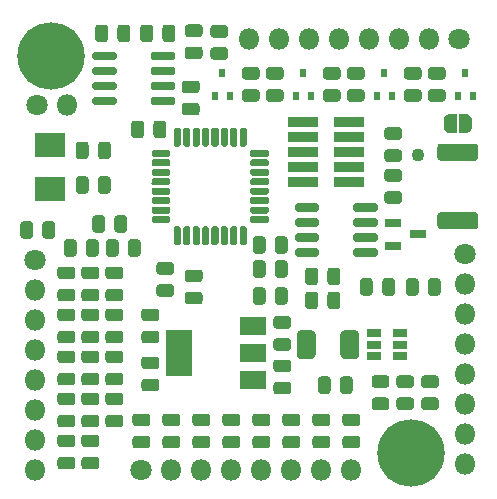
<source format=gts>
%TF.GenerationSoftware,KiCad,Pcbnew,(5.1.6)-1*%
%TF.CreationDate,2020-12-03T23:45:43-06:00*%
%TF.ProjectId,CANBoard,43414e42-6f61-4726-942e-6b696361645f,v1*%
%TF.SameCoordinates,Original*%
%TF.FileFunction,Soldermask,Top*%
%TF.FilePolarity,Negative*%
%FSLAX46Y46*%
G04 Gerber Fmt 4.6, Leading zero omitted, Abs format (unit mm)*
G04 Created by KiCad (PCBNEW (5.1.6)-1) date 2020-12-03 23:45:43*
%MOMM*%
%LPD*%
G01*
G04 APERTURE LIST*
%ADD10O,1.800000X1.800000*%
%ADD11C,1.800000*%
%ADD12C,1.100000*%
%ADD13C,5.700000*%
%ADD14R,2.300000X3.900000*%
%ADD15R,2.300000X1.600000*%
%ADD16R,1.160000X0.750000*%
%ADD17R,2.500000X2.100000*%
%ADD18R,0.550000X0.800000*%
%ADD19C,0.100000*%
%ADD20R,2.500000X0.840000*%
%ADD21R,1.440000X0.740000*%
G04 APERTURE END LIST*
G36*
G01*
X129058750Y-89427000D02*
X130021250Y-89427000D01*
G75*
G02*
X130290000Y-89695750I0J-268750D01*
G01*
X130290000Y-90233250D01*
G75*
G02*
X130021250Y-90502000I-268750J0D01*
G01*
X129058750Y-90502000D01*
G75*
G02*
X128790000Y-90233250I0J268750D01*
G01*
X128790000Y-89695750D01*
G75*
G02*
X129058750Y-89427000I268750J0D01*
G01*
G37*
G36*
G01*
X129058750Y-87552000D02*
X130021250Y-87552000D01*
G75*
G02*
X130290000Y-87820750I0J-268750D01*
G01*
X130290000Y-88358250D01*
G75*
G02*
X130021250Y-88627000I-268750J0D01*
G01*
X129058750Y-88627000D01*
G75*
G02*
X128790000Y-88358250I0J268750D01*
G01*
X128790000Y-87820750D01*
G75*
G02*
X129058750Y-87552000I268750J0D01*
G01*
G37*
G36*
G01*
X130328750Y-85490000D02*
X131291250Y-85490000D01*
G75*
G02*
X131560000Y-85758750I0J-268750D01*
G01*
X131560000Y-86296250D01*
G75*
G02*
X131291250Y-86565000I-268750J0D01*
G01*
X130328750Y-86565000D01*
G75*
G02*
X130060000Y-86296250I0J268750D01*
G01*
X130060000Y-85758750D01*
G75*
G02*
X130328750Y-85490000I268750J0D01*
G01*
G37*
G36*
G01*
X130328750Y-83615000D02*
X131291250Y-83615000D01*
G75*
G02*
X131560000Y-83883750I0J-268750D01*
G01*
X131560000Y-84421250D01*
G75*
G02*
X131291250Y-84690000I-268750J0D01*
G01*
X130328750Y-84690000D01*
G75*
G02*
X130060000Y-84421250I0J268750D01*
G01*
X130060000Y-83883750D01*
G75*
G02*
X130328750Y-83615000I268750J0D01*
G01*
G37*
D10*
X137922000Y-64770000D03*
X140462000Y-64770000D03*
X143002000Y-64770000D03*
X145542000Y-64770000D03*
X148082000Y-64770000D03*
X150622000Y-64770000D03*
X153162000Y-64770000D03*
D11*
X155702000Y-64770000D03*
D10*
X122491500Y-70358000D03*
D11*
X119951500Y-70358000D03*
D10*
X156210000Y-100711000D03*
X156210000Y-98171000D03*
X156210000Y-95631000D03*
X156210000Y-93091000D03*
X156210000Y-90551000D03*
X156210000Y-88011000D03*
X156210000Y-85471000D03*
D11*
X156210000Y-82931000D03*
D10*
X119761000Y-101219000D03*
X119761000Y-98679000D03*
X119761000Y-96139000D03*
X119761000Y-93599000D03*
X119761000Y-91059000D03*
X119761000Y-88519000D03*
X119761000Y-85979000D03*
D11*
X119761000Y-83439000D03*
D10*
X146558000Y-101219000D03*
X144018000Y-101219000D03*
X141478000Y-101219000D03*
X138938000Y-101219000D03*
X136398000Y-101219000D03*
X133858000Y-101219000D03*
X131318000Y-101219000D03*
D11*
X128778000Y-101219000D03*
D12*
X152209500Y-74549000D03*
G36*
G01*
X146839500Y-91864500D02*
X146039500Y-91864500D01*
G75*
G02*
X145639500Y-91464500I0J400000D01*
G01*
X145639500Y-89764500D01*
G75*
G02*
X146039500Y-89364500I400000J0D01*
G01*
X146839500Y-89364500D01*
G75*
G02*
X147239500Y-89764500I0J-400000D01*
G01*
X147239500Y-91464500D01*
G75*
G02*
X146839500Y-91864500I-400000J0D01*
G01*
G37*
G36*
G01*
X143139500Y-91864500D02*
X142339500Y-91864500D01*
G75*
G02*
X141939500Y-91464500I0J400000D01*
G01*
X141939500Y-89764500D01*
G75*
G02*
X142339500Y-89364500I400000J0D01*
G01*
X143139500Y-89364500D01*
G75*
G02*
X143539500Y-89764500I0J-400000D01*
G01*
X143539500Y-91464500D01*
G75*
G02*
X143139500Y-91864500I-400000J0D01*
G01*
G37*
G36*
G01*
X126765000Y-64743250D02*
X126765000Y-63780750D01*
G75*
G02*
X127033750Y-63512000I268750J0D01*
G01*
X127571250Y-63512000D01*
G75*
G02*
X127840000Y-63780750I0J-268750D01*
G01*
X127840000Y-64743250D01*
G75*
G02*
X127571250Y-65012000I-268750J0D01*
G01*
X127033750Y-65012000D01*
G75*
G02*
X126765000Y-64743250I0J268750D01*
G01*
G37*
G36*
G01*
X124890000Y-64743250D02*
X124890000Y-63780750D01*
G75*
G02*
X125158750Y-63512000I268750J0D01*
G01*
X125696250Y-63512000D01*
G75*
G02*
X125965000Y-63780750I0J-268750D01*
G01*
X125965000Y-64743250D01*
G75*
G02*
X125696250Y-65012000I-268750J0D01*
G01*
X125158750Y-65012000D01*
G75*
G02*
X124890000Y-64743250I0J268750D01*
G01*
G37*
G36*
G01*
X133450250Y-69323000D02*
X132487750Y-69323000D01*
G75*
G02*
X132219000Y-69054250I0J268750D01*
G01*
X132219000Y-68516750D01*
G75*
G02*
X132487750Y-68248000I268750J0D01*
G01*
X133450250Y-68248000D01*
G75*
G02*
X133719000Y-68516750I0J-268750D01*
G01*
X133719000Y-69054250D01*
G75*
G02*
X133450250Y-69323000I-268750J0D01*
G01*
G37*
G36*
G01*
X133450250Y-71198000D02*
X132487750Y-71198000D01*
G75*
G02*
X132219000Y-70929250I0J268750D01*
G01*
X132219000Y-70391750D01*
G75*
G02*
X132487750Y-70123000I268750J0D01*
G01*
X133450250Y-70123000D01*
G75*
G02*
X133719000Y-70391750I0J-268750D01*
G01*
X133719000Y-70929250D01*
G75*
G02*
X133450250Y-71198000I-268750J0D01*
G01*
G37*
G36*
G01*
X146738000Y-79169000D02*
X146738000Y-78819000D01*
G75*
G02*
X146913000Y-78644000I175000J0D01*
G01*
X148613000Y-78644000D01*
G75*
G02*
X148788000Y-78819000I0J-175000D01*
G01*
X148788000Y-79169000D01*
G75*
G02*
X148613000Y-79344000I-175000J0D01*
G01*
X146913000Y-79344000D01*
G75*
G02*
X146738000Y-79169000I0J175000D01*
G01*
G37*
G36*
G01*
X146738000Y-80439000D02*
X146738000Y-80089000D01*
G75*
G02*
X146913000Y-79914000I175000J0D01*
G01*
X148613000Y-79914000D01*
G75*
G02*
X148788000Y-80089000I0J-175000D01*
G01*
X148788000Y-80439000D01*
G75*
G02*
X148613000Y-80614000I-175000J0D01*
G01*
X146913000Y-80614000D01*
G75*
G02*
X146738000Y-80439000I0J175000D01*
G01*
G37*
G36*
G01*
X146738000Y-81709000D02*
X146738000Y-81359000D01*
G75*
G02*
X146913000Y-81184000I175000J0D01*
G01*
X148613000Y-81184000D01*
G75*
G02*
X148788000Y-81359000I0J-175000D01*
G01*
X148788000Y-81709000D01*
G75*
G02*
X148613000Y-81884000I-175000J0D01*
G01*
X146913000Y-81884000D01*
G75*
G02*
X146738000Y-81709000I0J175000D01*
G01*
G37*
G36*
G01*
X146738000Y-82979000D02*
X146738000Y-82629000D01*
G75*
G02*
X146913000Y-82454000I175000J0D01*
G01*
X148613000Y-82454000D01*
G75*
G02*
X148788000Y-82629000I0J-175000D01*
G01*
X148788000Y-82979000D01*
G75*
G02*
X148613000Y-83154000I-175000J0D01*
G01*
X146913000Y-83154000D01*
G75*
G02*
X146738000Y-82979000I0J175000D01*
G01*
G37*
G36*
G01*
X141788000Y-82979000D02*
X141788000Y-82629000D01*
G75*
G02*
X141963000Y-82454000I175000J0D01*
G01*
X143663000Y-82454000D01*
G75*
G02*
X143838000Y-82629000I0J-175000D01*
G01*
X143838000Y-82979000D01*
G75*
G02*
X143663000Y-83154000I-175000J0D01*
G01*
X141963000Y-83154000D01*
G75*
G02*
X141788000Y-82979000I0J175000D01*
G01*
G37*
G36*
G01*
X141788000Y-81709000D02*
X141788000Y-81359000D01*
G75*
G02*
X141963000Y-81184000I175000J0D01*
G01*
X143663000Y-81184000D01*
G75*
G02*
X143838000Y-81359000I0J-175000D01*
G01*
X143838000Y-81709000D01*
G75*
G02*
X143663000Y-81884000I-175000J0D01*
G01*
X141963000Y-81884000D01*
G75*
G02*
X141788000Y-81709000I0J175000D01*
G01*
G37*
G36*
G01*
X141788000Y-80439000D02*
X141788000Y-80089000D01*
G75*
G02*
X141963000Y-79914000I175000J0D01*
G01*
X143663000Y-79914000D01*
G75*
G02*
X143838000Y-80089000I0J-175000D01*
G01*
X143838000Y-80439000D01*
G75*
G02*
X143663000Y-80614000I-175000J0D01*
G01*
X141963000Y-80614000D01*
G75*
G02*
X141788000Y-80439000I0J175000D01*
G01*
G37*
G36*
G01*
X141788000Y-79169000D02*
X141788000Y-78819000D01*
G75*
G02*
X141963000Y-78644000I175000J0D01*
G01*
X143663000Y-78644000D01*
G75*
G02*
X143838000Y-78819000I0J-175000D01*
G01*
X143838000Y-79169000D01*
G75*
G02*
X143663000Y-79344000I-175000J0D01*
G01*
X141963000Y-79344000D01*
G75*
G02*
X141788000Y-79169000I0J175000D01*
G01*
G37*
D13*
X121158000Y-66167000D03*
X151638000Y-99822000D03*
D14*
X131978000Y-91313000D03*
D15*
X138278000Y-93613000D03*
X138278000Y-91313000D03*
X138278000Y-89013000D03*
G36*
G01*
X129058750Y-93491000D02*
X130021250Y-93491000D01*
G75*
G02*
X130290000Y-93759750I0J-268750D01*
G01*
X130290000Y-94297250D01*
G75*
G02*
X130021250Y-94566000I-268750J0D01*
G01*
X129058750Y-94566000D01*
G75*
G02*
X128790000Y-94297250I0J268750D01*
G01*
X128790000Y-93759750D01*
G75*
G02*
X129058750Y-93491000I268750J0D01*
G01*
G37*
G36*
G01*
X129058750Y-91616000D02*
X130021250Y-91616000D01*
G75*
G02*
X130290000Y-91884750I0J-268750D01*
G01*
X130290000Y-92422250D01*
G75*
G02*
X130021250Y-92691000I-268750J0D01*
G01*
X129058750Y-92691000D01*
G75*
G02*
X128790000Y-92422250I0J268750D01*
G01*
X128790000Y-91884750D01*
G75*
G02*
X129058750Y-91616000I268750J0D01*
G01*
G37*
G36*
G01*
X140100000Y-86968250D02*
X140100000Y-86005750D01*
G75*
G02*
X140368750Y-85737000I268750J0D01*
G01*
X140906250Y-85737000D01*
G75*
G02*
X141175000Y-86005750I0J-268750D01*
G01*
X141175000Y-86968250D01*
G75*
G02*
X140906250Y-87237000I-268750J0D01*
G01*
X140368750Y-87237000D01*
G75*
G02*
X140100000Y-86968250I0J268750D01*
G01*
G37*
G36*
G01*
X138225000Y-86968250D02*
X138225000Y-86005750D01*
G75*
G02*
X138493750Y-85737000I268750J0D01*
G01*
X139031250Y-85737000D01*
G75*
G02*
X139300000Y-86005750I0J-268750D01*
G01*
X139300000Y-86968250D01*
G75*
G02*
X139031250Y-87237000I-268750J0D01*
G01*
X138493750Y-87237000D01*
G75*
G02*
X138225000Y-86968250I0J268750D01*
G01*
G37*
D16*
X150706000Y-90614500D03*
X150706000Y-89664500D03*
X150706000Y-91564500D03*
X148506000Y-91564500D03*
X148506000Y-90614500D03*
X148506000Y-89664500D03*
G36*
G01*
X145609500Y-94524750D02*
X145609500Y-93562250D01*
G75*
G02*
X145878250Y-93293500I268750J0D01*
G01*
X146415750Y-93293500D01*
G75*
G02*
X146684500Y-93562250I0J-268750D01*
G01*
X146684500Y-94524750D01*
G75*
G02*
X146415750Y-94793500I-268750J0D01*
G01*
X145878250Y-94793500D01*
G75*
G02*
X145609500Y-94524750I0J268750D01*
G01*
G37*
G36*
G01*
X143734500Y-94524750D02*
X143734500Y-93562250D01*
G75*
G02*
X144003250Y-93293500I268750J0D01*
G01*
X144540750Y-93293500D01*
G75*
G02*
X144809500Y-93562250I0J-268750D01*
G01*
X144809500Y-94524750D01*
G75*
G02*
X144540750Y-94793500I-268750J0D01*
G01*
X144003250Y-94793500D01*
G75*
G02*
X143734500Y-94524750I0J268750D01*
G01*
G37*
G36*
G01*
X143745000Y-86386750D02*
X143745000Y-87349250D01*
G75*
G02*
X143476250Y-87618000I-268750J0D01*
G01*
X142938750Y-87618000D01*
G75*
G02*
X142670000Y-87349250I0J268750D01*
G01*
X142670000Y-86386750D01*
G75*
G02*
X142938750Y-86118000I268750J0D01*
G01*
X143476250Y-86118000D01*
G75*
G02*
X143745000Y-86386750I0J-268750D01*
G01*
G37*
G36*
G01*
X145620000Y-86386750D02*
X145620000Y-87349250D01*
G75*
G02*
X145351250Y-87618000I-268750J0D01*
G01*
X144813750Y-87618000D01*
G75*
G02*
X144545000Y-87349250I0J268750D01*
G01*
X144545000Y-86386750D01*
G75*
G02*
X144813750Y-86118000I268750J0D01*
G01*
X145351250Y-86118000D01*
G75*
G02*
X145620000Y-86386750I0J-268750D01*
G01*
G37*
G36*
G01*
X153054000Y-86206250D02*
X153054000Y-85243750D01*
G75*
G02*
X153322750Y-84975000I268750J0D01*
G01*
X153860250Y-84975000D01*
G75*
G02*
X154129000Y-85243750I0J-268750D01*
G01*
X154129000Y-86206250D01*
G75*
G02*
X153860250Y-86475000I-268750J0D01*
G01*
X153322750Y-86475000D01*
G75*
G02*
X153054000Y-86206250I0J268750D01*
G01*
G37*
G36*
G01*
X151179000Y-86206250D02*
X151179000Y-85243750D01*
G75*
G02*
X151447750Y-84975000I268750J0D01*
G01*
X151985250Y-84975000D01*
G75*
G02*
X152254000Y-85243750I0J-268750D01*
G01*
X152254000Y-86206250D01*
G75*
G02*
X151985250Y-86475000I-268750J0D01*
G01*
X151447750Y-86475000D01*
G75*
G02*
X151179000Y-86206250I0J268750D01*
G01*
G37*
G36*
G01*
X140234750Y-93745000D02*
X141197250Y-93745000D01*
G75*
G02*
X141466000Y-94013750I0J-268750D01*
G01*
X141466000Y-94551250D01*
G75*
G02*
X141197250Y-94820000I-268750J0D01*
G01*
X140234750Y-94820000D01*
G75*
G02*
X139966000Y-94551250I0J268750D01*
G01*
X139966000Y-94013750D01*
G75*
G02*
X140234750Y-93745000I268750J0D01*
G01*
G37*
G36*
G01*
X140234750Y-91870000D02*
X141197250Y-91870000D01*
G75*
G02*
X141466000Y-92138750I0J-268750D01*
G01*
X141466000Y-92676250D01*
G75*
G02*
X141197250Y-92945000I-268750J0D01*
G01*
X140234750Y-92945000D01*
G75*
G02*
X139966000Y-92676250I0J268750D01*
G01*
X139966000Y-92138750D01*
G75*
G02*
X140234750Y-91870000I268750J0D01*
G01*
G37*
G36*
G01*
X141197250Y-89262000D02*
X140234750Y-89262000D01*
G75*
G02*
X139966000Y-88993250I0J268750D01*
G01*
X139966000Y-88455750D01*
G75*
G02*
X140234750Y-88187000I268750J0D01*
G01*
X141197250Y-88187000D01*
G75*
G02*
X141466000Y-88455750I0J-268750D01*
G01*
X141466000Y-88993250D01*
G75*
G02*
X141197250Y-89262000I-268750J0D01*
G01*
G37*
G36*
G01*
X141197250Y-91137000D02*
X140234750Y-91137000D01*
G75*
G02*
X139966000Y-90868250I0J268750D01*
G01*
X139966000Y-90330750D01*
G75*
G02*
X140234750Y-90062000I268750J0D01*
G01*
X141197250Y-90062000D01*
G75*
G02*
X141466000Y-90330750I0J-268750D01*
G01*
X141466000Y-90868250D01*
G75*
G02*
X141197250Y-91137000I-268750J0D01*
G01*
G37*
G36*
G01*
X149180500Y-86206250D02*
X149180500Y-85243750D01*
G75*
G02*
X149449250Y-84975000I268750J0D01*
G01*
X149986750Y-84975000D01*
G75*
G02*
X150255500Y-85243750I0J-268750D01*
G01*
X150255500Y-86206250D01*
G75*
G02*
X149986750Y-86475000I-268750J0D01*
G01*
X149449250Y-86475000D01*
G75*
G02*
X149180500Y-86206250I0J268750D01*
G01*
G37*
G36*
G01*
X147305500Y-86206250D02*
X147305500Y-85243750D01*
G75*
G02*
X147574250Y-84975000I268750J0D01*
G01*
X148111750Y-84975000D01*
G75*
G02*
X148380500Y-85243750I0J-268750D01*
G01*
X148380500Y-86206250D01*
G75*
G02*
X148111750Y-86475000I-268750J0D01*
G01*
X147574250Y-86475000D01*
G75*
G02*
X147305500Y-86206250I0J268750D01*
G01*
G37*
G36*
G01*
X150648750Y-95078500D02*
X151611250Y-95078500D01*
G75*
G02*
X151880000Y-95347250I0J-268750D01*
G01*
X151880000Y-95884750D01*
G75*
G02*
X151611250Y-96153500I-268750J0D01*
G01*
X150648750Y-96153500D01*
G75*
G02*
X150380000Y-95884750I0J268750D01*
G01*
X150380000Y-95347250D01*
G75*
G02*
X150648750Y-95078500I268750J0D01*
G01*
G37*
G36*
G01*
X150648750Y-93203500D02*
X151611250Y-93203500D01*
G75*
G02*
X151880000Y-93472250I0J-268750D01*
G01*
X151880000Y-94009750D01*
G75*
G02*
X151611250Y-94278500I-268750J0D01*
G01*
X150648750Y-94278500D01*
G75*
G02*
X150380000Y-94009750I0J268750D01*
G01*
X150380000Y-93472250D01*
G75*
G02*
X150648750Y-93203500I268750J0D01*
G01*
G37*
G36*
G01*
X152744250Y-95078500D02*
X153706750Y-95078500D01*
G75*
G02*
X153975500Y-95347250I0J-268750D01*
G01*
X153975500Y-95884750D01*
G75*
G02*
X153706750Y-96153500I-268750J0D01*
G01*
X152744250Y-96153500D01*
G75*
G02*
X152475500Y-95884750I0J268750D01*
G01*
X152475500Y-95347250D01*
G75*
G02*
X152744250Y-95078500I268750J0D01*
G01*
G37*
G36*
G01*
X152744250Y-93203500D02*
X153706750Y-93203500D01*
G75*
G02*
X153975500Y-93472250I0J-268750D01*
G01*
X153975500Y-94009750D01*
G75*
G02*
X153706750Y-94278500I-268750J0D01*
G01*
X152744250Y-94278500D01*
G75*
G02*
X152475500Y-94009750I0J268750D01*
G01*
X152475500Y-93472250D01*
G75*
G02*
X152744250Y-93203500I268750J0D01*
G01*
G37*
G36*
G01*
X148553250Y-95078500D02*
X149515750Y-95078500D01*
G75*
G02*
X149784500Y-95347250I0J-268750D01*
G01*
X149784500Y-95884750D01*
G75*
G02*
X149515750Y-96153500I-268750J0D01*
G01*
X148553250Y-96153500D01*
G75*
G02*
X148284500Y-95884750I0J268750D01*
G01*
X148284500Y-95347250D01*
G75*
G02*
X148553250Y-95078500I268750J0D01*
G01*
G37*
G36*
G01*
X148553250Y-93203500D02*
X149515750Y-93203500D01*
G75*
G02*
X149784500Y-93472250I0J-268750D01*
G01*
X149784500Y-94009750D01*
G75*
G02*
X149515750Y-94278500I-268750J0D01*
G01*
X148553250Y-94278500D01*
G75*
G02*
X148284500Y-94009750I0J268750D01*
G01*
X148284500Y-93472250D01*
G75*
G02*
X148553250Y-93203500I268750J0D01*
G01*
G37*
G36*
G01*
X157031482Y-75041000D02*
X154118518Y-75041000D01*
G75*
G02*
X153850000Y-74772482I0J268518D01*
G01*
X153850000Y-73859518D01*
G75*
G02*
X154118518Y-73591000I268518J0D01*
G01*
X157031482Y-73591000D01*
G75*
G02*
X157300000Y-73859518I0J-268518D01*
G01*
X157300000Y-74772482D01*
G75*
G02*
X157031482Y-75041000I-268518J0D01*
G01*
G37*
G36*
G01*
X157031482Y-80841000D02*
X154118518Y-80841000D01*
G75*
G02*
X153850000Y-80572482I0J268518D01*
G01*
X153850000Y-79659518D01*
G75*
G02*
X154118518Y-79391000I268518J0D01*
G01*
X157031482Y-79391000D01*
G75*
G02*
X157300000Y-79659518I0J-268518D01*
G01*
X157300000Y-80572482D01*
G75*
G02*
X157031482Y-80841000I-268518J0D01*
G01*
G37*
D17*
X121031000Y-77415000D03*
X121031000Y-73715000D03*
G36*
G01*
X129593000Y-66342000D02*
X129593000Y-65992000D01*
G75*
G02*
X129768000Y-65817000I175000J0D01*
G01*
X131468000Y-65817000D01*
G75*
G02*
X131643000Y-65992000I0J-175000D01*
G01*
X131643000Y-66342000D01*
G75*
G02*
X131468000Y-66517000I-175000J0D01*
G01*
X129768000Y-66517000D01*
G75*
G02*
X129593000Y-66342000I0J175000D01*
G01*
G37*
G36*
G01*
X129593000Y-67612000D02*
X129593000Y-67262000D01*
G75*
G02*
X129768000Y-67087000I175000J0D01*
G01*
X131468000Y-67087000D01*
G75*
G02*
X131643000Y-67262000I0J-175000D01*
G01*
X131643000Y-67612000D01*
G75*
G02*
X131468000Y-67787000I-175000J0D01*
G01*
X129768000Y-67787000D01*
G75*
G02*
X129593000Y-67612000I0J175000D01*
G01*
G37*
G36*
G01*
X129593000Y-68882000D02*
X129593000Y-68532000D01*
G75*
G02*
X129768000Y-68357000I175000J0D01*
G01*
X131468000Y-68357000D01*
G75*
G02*
X131643000Y-68532000I0J-175000D01*
G01*
X131643000Y-68882000D01*
G75*
G02*
X131468000Y-69057000I-175000J0D01*
G01*
X129768000Y-69057000D01*
G75*
G02*
X129593000Y-68882000I0J175000D01*
G01*
G37*
G36*
G01*
X129593000Y-70152000D02*
X129593000Y-69802000D01*
G75*
G02*
X129768000Y-69627000I175000J0D01*
G01*
X131468000Y-69627000D01*
G75*
G02*
X131643000Y-69802000I0J-175000D01*
G01*
X131643000Y-70152000D01*
G75*
G02*
X131468000Y-70327000I-175000J0D01*
G01*
X129768000Y-70327000D01*
G75*
G02*
X129593000Y-70152000I0J175000D01*
G01*
G37*
G36*
G01*
X124643000Y-70152000D02*
X124643000Y-69802000D01*
G75*
G02*
X124818000Y-69627000I175000J0D01*
G01*
X126518000Y-69627000D01*
G75*
G02*
X126693000Y-69802000I0J-175000D01*
G01*
X126693000Y-70152000D01*
G75*
G02*
X126518000Y-70327000I-175000J0D01*
G01*
X124818000Y-70327000D01*
G75*
G02*
X124643000Y-70152000I0J175000D01*
G01*
G37*
G36*
G01*
X124643000Y-68882000D02*
X124643000Y-68532000D01*
G75*
G02*
X124818000Y-68357000I175000J0D01*
G01*
X126518000Y-68357000D01*
G75*
G02*
X126693000Y-68532000I0J-175000D01*
G01*
X126693000Y-68882000D01*
G75*
G02*
X126518000Y-69057000I-175000J0D01*
G01*
X124818000Y-69057000D01*
G75*
G02*
X124643000Y-68882000I0J175000D01*
G01*
G37*
G36*
G01*
X124643000Y-67612000D02*
X124643000Y-67262000D01*
G75*
G02*
X124818000Y-67087000I175000J0D01*
G01*
X126518000Y-67087000D01*
G75*
G02*
X126693000Y-67262000I0J-175000D01*
G01*
X126693000Y-67612000D01*
G75*
G02*
X126518000Y-67787000I-175000J0D01*
G01*
X124818000Y-67787000D01*
G75*
G02*
X124643000Y-67612000I0J175000D01*
G01*
G37*
G36*
G01*
X124643000Y-66342000D02*
X124643000Y-65992000D01*
G75*
G02*
X124818000Y-65817000I175000J0D01*
G01*
X126518000Y-65817000D01*
G75*
G02*
X126693000Y-65992000I0J-175000D01*
G01*
X126693000Y-66342000D01*
G75*
G02*
X126518000Y-66517000I-175000J0D01*
G01*
X124818000Y-66517000D01*
G75*
G02*
X124643000Y-66342000I0J175000D01*
G01*
G37*
G36*
G01*
X131520000Y-73691000D02*
X131520000Y-72391000D01*
G75*
G02*
X131670000Y-72241000I150000J0D01*
G01*
X131970000Y-72241000D01*
G75*
G02*
X132120000Y-72391000I0J-150000D01*
G01*
X132120000Y-73691000D01*
G75*
G02*
X131970000Y-73841000I-150000J0D01*
G01*
X131670000Y-73841000D01*
G75*
G02*
X131520000Y-73691000I0J150000D01*
G01*
G37*
G36*
G01*
X132320000Y-73691000D02*
X132320000Y-72391000D01*
G75*
G02*
X132470000Y-72241000I150000J0D01*
G01*
X132770000Y-72241000D01*
G75*
G02*
X132920000Y-72391000I0J-150000D01*
G01*
X132920000Y-73691000D01*
G75*
G02*
X132770000Y-73841000I-150000J0D01*
G01*
X132470000Y-73841000D01*
G75*
G02*
X132320000Y-73691000I0J150000D01*
G01*
G37*
G36*
G01*
X133120000Y-73691000D02*
X133120000Y-72391000D01*
G75*
G02*
X133270000Y-72241000I150000J0D01*
G01*
X133570000Y-72241000D01*
G75*
G02*
X133720000Y-72391000I0J-150000D01*
G01*
X133720000Y-73691000D01*
G75*
G02*
X133570000Y-73841000I-150000J0D01*
G01*
X133270000Y-73841000D01*
G75*
G02*
X133120000Y-73691000I0J150000D01*
G01*
G37*
G36*
G01*
X133920000Y-73691000D02*
X133920000Y-72391000D01*
G75*
G02*
X134070000Y-72241000I150000J0D01*
G01*
X134370000Y-72241000D01*
G75*
G02*
X134520000Y-72391000I0J-150000D01*
G01*
X134520000Y-73691000D01*
G75*
G02*
X134370000Y-73841000I-150000J0D01*
G01*
X134070000Y-73841000D01*
G75*
G02*
X133920000Y-73691000I0J150000D01*
G01*
G37*
G36*
G01*
X134720000Y-73691000D02*
X134720000Y-72391000D01*
G75*
G02*
X134870000Y-72241000I150000J0D01*
G01*
X135170000Y-72241000D01*
G75*
G02*
X135320000Y-72391000I0J-150000D01*
G01*
X135320000Y-73691000D01*
G75*
G02*
X135170000Y-73841000I-150000J0D01*
G01*
X134870000Y-73841000D01*
G75*
G02*
X134720000Y-73691000I0J150000D01*
G01*
G37*
G36*
G01*
X135520000Y-73691000D02*
X135520000Y-72391000D01*
G75*
G02*
X135670000Y-72241000I150000J0D01*
G01*
X135970000Y-72241000D01*
G75*
G02*
X136120000Y-72391000I0J-150000D01*
G01*
X136120000Y-73691000D01*
G75*
G02*
X135970000Y-73841000I-150000J0D01*
G01*
X135670000Y-73841000D01*
G75*
G02*
X135520000Y-73691000I0J150000D01*
G01*
G37*
G36*
G01*
X136320000Y-73691000D02*
X136320000Y-72391000D01*
G75*
G02*
X136470000Y-72241000I150000J0D01*
G01*
X136770000Y-72241000D01*
G75*
G02*
X136920000Y-72391000I0J-150000D01*
G01*
X136920000Y-73691000D01*
G75*
G02*
X136770000Y-73841000I-150000J0D01*
G01*
X136470000Y-73841000D01*
G75*
G02*
X136320000Y-73691000I0J150000D01*
G01*
G37*
G36*
G01*
X137120000Y-73691000D02*
X137120000Y-72391000D01*
G75*
G02*
X137270000Y-72241000I150000J0D01*
G01*
X137570000Y-72241000D01*
G75*
G02*
X137720000Y-72391000I0J-150000D01*
G01*
X137720000Y-73691000D01*
G75*
G02*
X137570000Y-73841000I-150000J0D01*
G01*
X137270000Y-73841000D01*
G75*
G02*
X137120000Y-73691000I0J150000D01*
G01*
G37*
G36*
G01*
X137995000Y-74566000D02*
X137995000Y-74266000D01*
G75*
G02*
X138145000Y-74116000I150000J0D01*
G01*
X139445000Y-74116000D01*
G75*
G02*
X139595000Y-74266000I0J-150000D01*
G01*
X139595000Y-74566000D01*
G75*
G02*
X139445000Y-74716000I-150000J0D01*
G01*
X138145000Y-74716000D01*
G75*
G02*
X137995000Y-74566000I0J150000D01*
G01*
G37*
G36*
G01*
X137995000Y-75366000D02*
X137995000Y-75066000D01*
G75*
G02*
X138145000Y-74916000I150000J0D01*
G01*
X139445000Y-74916000D01*
G75*
G02*
X139595000Y-75066000I0J-150000D01*
G01*
X139595000Y-75366000D01*
G75*
G02*
X139445000Y-75516000I-150000J0D01*
G01*
X138145000Y-75516000D01*
G75*
G02*
X137995000Y-75366000I0J150000D01*
G01*
G37*
G36*
G01*
X137995000Y-76166000D02*
X137995000Y-75866000D01*
G75*
G02*
X138145000Y-75716000I150000J0D01*
G01*
X139445000Y-75716000D01*
G75*
G02*
X139595000Y-75866000I0J-150000D01*
G01*
X139595000Y-76166000D01*
G75*
G02*
X139445000Y-76316000I-150000J0D01*
G01*
X138145000Y-76316000D01*
G75*
G02*
X137995000Y-76166000I0J150000D01*
G01*
G37*
G36*
G01*
X137995000Y-76966000D02*
X137995000Y-76666000D01*
G75*
G02*
X138145000Y-76516000I150000J0D01*
G01*
X139445000Y-76516000D01*
G75*
G02*
X139595000Y-76666000I0J-150000D01*
G01*
X139595000Y-76966000D01*
G75*
G02*
X139445000Y-77116000I-150000J0D01*
G01*
X138145000Y-77116000D01*
G75*
G02*
X137995000Y-76966000I0J150000D01*
G01*
G37*
G36*
G01*
X137995000Y-77766000D02*
X137995000Y-77466000D01*
G75*
G02*
X138145000Y-77316000I150000J0D01*
G01*
X139445000Y-77316000D01*
G75*
G02*
X139595000Y-77466000I0J-150000D01*
G01*
X139595000Y-77766000D01*
G75*
G02*
X139445000Y-77916000I-150000J0D01*
G01*
X138145000Y-77916000D01*
G75*
G02*
X137995000Y-77766000I0J150000D01*
G01*
G37*
G36*
G01*
X137995000Y-78566000D02*
X137995000Y-78266000D01*
G75*
G02*
X138145000Y-78116000I150000J0D01*
G01*
X139445000Y-78116000D01*
G75*
G02*
X139595000Y-78266000I0J-150000D01*
G01*
X139595000Y-78566000D01*
G75*
G02*
X139445000Y-78716000I-150000J0D01*
G01*
X138145000Y-78716000D01*
G75*
G02*
X137995000Y-78566000I0J150000D01*
G01*
G37*
G36*
G01*
X137995000Y-79366000D02*
X137995000Y-79066000D01*
G75*
G02*
X138145000Y-78916000I150000J0D01*
G01*
X139445000Y-78916000D01*
G75*
G02*
X139595000Y-79066000I0J-150000D01*
G01*
X139595000Y-79366000D01*
G75*
G02*
X139445000Y-79516000I-150000J0D01*
G01*
X138145000Y-79516000D01*
G75*
G02*
X137995000Y-79366000I0J150000D01*
G01*
G37*
G36*
G01*
X137995000Y-80166000D02*
X137995000Y-79866000D01*
G75*
G02*
X138145000Y-79716000I150000J0D01*
G01*
X139445000Y-79716000D01*
G75*
G02*
X139595000Y-79866000I0J-150000D01*
G01*
X139595000Y-80166000D01*
G75*
G02*
X139445000Y-80316000I-150000J0D01*
G01*
X138145000Y-80316000D01*
G75*
G02*
X137995000Y-80166000I0J150000D01*
G01*
G37*
G36*
G01*
X137120000Y-82041000D02*
X137120000Y-80741000D01*
G75*
G02*
X137270000Y-80591000I150000J0D01*
G01*
X137570000Y-80591000D01*
G75*
G02*
X137720000Y-80741000I0J-150000D01*
G01*
X137720000Y-82041000D01*
G75*
G02*
X137570000Y-82191000I-150000J0D01*
G01*
X137270000Y-82191000D01*
G75*
G02*
X137120000Y-82041000I0J150000D01*
G01*
G37*
G36*
G01*
X136320000Y-82041000D02*
X136320000Y-80741000D01*
G75*
G02*
X136470000Y-80591000I150000J0D01*
G01*
X136770000Y-80591000D01*
G75*
G02*
X136920000Y-80741000I0J-150000D01*
G01*
X136920000Y-82041000D01*
G75*
G02*
X136770000Y-82191000I-150000J0D01*
G01*
X136470000Y-82191000D01*
G75*
G02*
X136320000Y-82041000I0J150000D01*
G01*
G37*
G36*
G01*
X135520000Y-82041000D02*
X135520000Y-80741000D01*
G75*
G02*
X135670000Y-80591000I150000J0D01*
G01*
X135970000Y-80591000D01*
G75*
G02*
X136120000Y-80741000I0J-150000D01*
G01*
X136120000Y-82041000D01*
G75*
G02*
X135970000Y-82191000I-150000J0D01*
G01*
X135670000Y-82191000D01*
G75*
G02*
X135520000Y-82041000I0J150000D01*
G01*
G37*
G36*
G01*
X134720000Y-82041000D02*
X134720000Y-80741000D01*
G75*
G02*
X134870000Y-80591000I150000J0D01*
G01*
X135170000Y-80591000D01*
G75*
G02*
X135320000Y-80741000I0J-150000D01*
G01*
X135320000Y-82041000D01*
G75*
G02*
X135170000Y-82191000I-150000J0D01*
G01*
X134870000Y-82191000D01*
G75*
G02*
X134720000Y-82041000I0J150000D01*
G01*
G37*
G36*
G01*
X133920000Y-82041000D02*
X133920000Y-80741000D01*
G75*
G02*
X134070000Y-80591000I150000J0D01*
G01*
X134370000Y-80591000D01*
G75*
G02*
X134520000Y-80741000I0J-150000D01*
G01*
X134520000Y-82041000D01*
G75*
G02*
X134370000Y-82191000I-150000J0D01*
G01*
X134070000Y-82191000D01*
G75*
G02*
X133920000Y-82041000I0J150000D01*
G01*
G37*
G36*
G01*
X133120000Y-82041000D02*
X133120000Y-80741000D01*
G75*
G02*
X133270000Y-80591000I150000J0D01*
G01*
X133570000Y-80591000D01*
G75*
G02*
X133720000Y-80741000I0J-150000D01*
G01*
X133720000Y-82041000D01*
G75*
G02*
X133570000Y-82191000I-150000J0D01*
G01*
X133270000Y-82191000D01*
G75*
G02*
X133120000Y-82041000I0J150000D01*
G01*
G37*
G36*
G01*
X132320000Y-82041000D02*
X132320000Y-80741000D01*
G75*
G02*
X132470000Y-80591000I150000J0D01*
G01*
X132770000Y-80591000D01*
G75*
G02*
X132920000Y-80741000I0J-150000D01*
G01*
X132920000Y-82041000D01*
G75*
G02*
X132770000Y-82191000I-150000J0D01*
G01*
X132470000Y-82191000D01*
G75*
G02*
X132320000Y-82041000I0J150000D01*
G01*
G37*
G36*
G01*
X131520000Y-82041000D02*
X131520000Y-80741000D01*
G75*
G02*
X131670000Y-80591000I150000J0D01*
G01*
X131970000Y-80591000D01*
G75*
G02*
X132120000Y-80741000I0J-150000D01*
G01*
X132120000Y-82041000D01*
G75*
G02*
X131970000Y-82191000I-150000J0D01*
G01*
X131670000Y-82191000D01*
G75*
G02*
X131520000Y-82041000I0J150000D01*
G01*
G37*
G36*
G01*
X129645000Y-80166000D02*
X129645000Y-79866000D01*
G75*
G02*
X129795000Y-79716000I150000J0D01*
G01*
X131095000Y-79716000D01*
G75*
G02*
X131245000Y-79866000I0J-150000D01*
G01*
X131245000Y-80166000D01*
G75*
G02*
X131095000Y-80316000I-150000J0D01*
G01*
X129795000Y-80316000D01*
G75*
G02*
X129645000Y-80166000I0J150000D01*
G01*
G37*
G36*
G01*
X129645000Y-79366000D02*
X129645000Y-79066000D01*
G75*
G02*
X129795000Y-78916000I150000J0D01*
G01*
X131095000Y-78916000D01*
G75*
G02*
X131245000Y-79066000I0J-150000D01*
G01*
X131245000Y-79366000D01*
G75*
G02*
X131095000Y-79516000I-150000J0D01*
G01*
X129795000Y-79516000D01*
G75*
G02*
X129645000Y-79366000I0J150000D01*
G01*
G37*
G36*
G01*
X129645000Y-78566000D02*
X129645000Y-78266000D01*
G75*
G02*
X129795000Y-78116000I150000J0D01*
G01*
X131095000Y-78116000D01*
G75*
G02*
X131245000Y-78266000I0J-150000D01*
G01*
X131245000Y-78566000D01*
G75*
G02*
X131095000Y-78716000I-150000J0D01*
G01*
X129795000Y-78716000D01*
G75*
G02*
X129645000Y-78566000I0J150000D01*
G01*
G37*
G36*
G01*
X129645000Y-77766000D02*
X129645000Y-77466000D01*
G75*
G02*
X129795000Y-77316000I150000J0D01*
G01*
X131095000Y-77316000D01*
G75*
G02*
X131245000Y-77466000I0J-150000D01*
G01*
X131245000Y-77766000D01*
G75*
G02*
X131095000Y-77916000I-150000J0D01*
G01*
X129795000Y-77916000D01*
G75*
G02*
X129645000Y-77766000I0J150000D01*
G01*
G37*
G36*
G01*
X129645000Y-76966000D02*
X129645000Y-76666000D01*
G75*
G02*
X129795000Y-76516000I150000J0D01*
G01*
X131095000Y-76516000D01*
G75*
G02*
X131245000Y-76666000I0J-150000D01*
G01*
X131245000Y-76966000D01*
G75*
G02*
X131095000Y-77116000I-150000J0D01*
G01*
X129795000Y-77116000D01*
G75*
G02*
X129645000Y-76966000I0J150000D01*
G01*
G37*
G36*
G01*
X129645000Y-76166000D02*
X129645000Y-75866000D01*
G75*
G02*
X129795000Y-75716000I150000J0D01*
G01*
X131095000Y-75716000D01*
G75*
G02*
X131245000Y-75866000I0J-150000D01*
G01*
X131245000Y-76166000D01*
G75*
G02*
X131095000Y-76316000I-150000J0D01*
G01*
X129795000Y-76316000D01*
G75*
G02*
X129645000Y-76166000I0J150000D01*
G01*
G37*
G36*
G01*
X129645000Y-75366000D02*
X129645000Y-75066000D01*
G75*
G02*
X129795000Y-74916000I150000J0D01*
G01*
X131095000Y-74916000D01*
G75*
G02*
X131245000Y-75066000I0J-150000D01*
G01*
X131245000Y-75366000D01*
G75*
G02*
X131095000Y-75516000I-150000J0D01*
G01*
X129795000Y-75516000D01*
G75*
G02*
X129645000Y-75366000I0J150000D01*
G01*
G37*
G36*
G01*
X129645000Y-74566000D02*
X129645000Y-74266000D01*
G75*
G02*
X129795000Y-74116000I150000J0D01*
G01*
X131095000Y-74116000D01*
G75*
G02*
X131245000Y-74266000I0J-150000D01*
G01*
X131245000Y-74566000D01*
G75*
G02*
X131095000Y-74716000I-150000J0D01*
G01*
X129795000Y-74716000D01*
G75*
G02*
X129645000Y-74566000I0J150000D01*
G01*
G37*
G36*
G01*
X124941250Y-85071000D02*
X123978750Y-85071000D01*
G75*
G02*
X123710000Y-84802250I0J268750D01*
G01*
X123710000Y-84264750D01*
G75*
G02*
X123978750Y-83996000I268750J0D01*
G01*
X124941250Y-83996000D01*
G75*
G02*
X125210000Y-84264750I0J-268750D01*
G01*
X125210000Y-84802250D01*
G75*
G02*
X124941250Y-85071000I-268750J0D01*
G01*
G37*
G36*
G01*
X124941250Y-86946000D02*
X123978750Y-86946000D01*
G75*
G02*
X123710000Y-86677250I0J268750D01*
G01*
X123710000Y-86139750D01*
G75*
G02*
X123978750Y-85871000I268750J0D01*
G01*
X124941250Y-85871000D01*
G75*
G02*
X125210000Y-86139750I0J-268750D01*
G01*
X125210000Y-86677250D01*
G75*
G02*
X124941250Y-86946000I-268750J0D01*
G01*
G37*
G36*
G01*
X123978750Y-92983000D02*
X124941250Y-92983000D01*
G75*
G02*
X125210000Y-93251750I0J-268750D01*
G01*
X125210000Y-93789250D01*
G75*
G02*
X124941250Y-94058000I-268750J0D01*
G01*
X123978750Y-94058000D01*
G75*
G02*
X123710000Y-93789250I0J268750D01*
G01*
X123710000Y-93251750D01*
G75*
G02*
X123978750Y-92983000I268750J0D01*
G01*
G37*
G36*
G01*
X123978750Y-91108000D02*
X124941250Y-91108000D01*
G75*
G02*
X125210000Y-91376750I0J-268750D01*
G01*
X125210000Y-91914250D01*
G75*
G02*
X124941250Y-92183000I-268750J0D01*
G01*
X123978750Y-92183000D01*
G75*
G02*
X123710000Y-91914250I0J268750D01*
G01*
X123710000Y-91376750D01*
G75*
G02*
X123978750Y-91108000I268750J0D01*
G01*
G37*
G36*
G01*
X123978750Y-89427000D02*
X124941250Y-89427000D01*
G75*
G02*
X125210000Y-89695750I0J-268750D01*
G01*
X125210000Y-90233250D01*
G75*
G02*
X124941250Y-90502000I-268750J0D01*
G01*
X123978750Y-90502000D01*
G75*
G02*
X123710000Y-90233250I0J268750D01*
G01*
X123710000Y-89695750D01*
G75*
G02*
X123978750Y-89427000I268750J0D01*
G01*
G37*
G36*
G01*
X123978750Y-87552000D02*
X124941250Y-87552000D01*
G75*
G02*
X125210000Y-87820750I0J-268750D01*
G01*
X125210000Y-88358250D01*
G75*
G02*
X124941250Y-88627000I-268750J0D01*
G01*
X123978750Y-88627000D01*
G75*
G02*
X123710000Y-88358250I0J268750D01*
G01*
X123710000Y-87820750D01*
G75*
G02*
X123978750Y-87552000I268750J0D01*
G01*
G37*
G36*
G01*
X124941250Y-99295000D02*
X123978750Y-99295000D01*
G75*
G02*
X123710000Y-99026250I0J268750D01*
G01*
X123710000Y-98488750D01*
G75*
G02*
X123978750Y-98220000I268750J0D01*
G01*
X124941250Y-98220000D01*
G75*
G02*
X125210000Y-98488750I0J-268750D01*
G01*
X125210000Y-99026250D01*
G75*
G02*
X124941250Y-99295000I-268750J0D01*
G01*
G37*
G36*
G01*
X124941250Y-101170000D02*
X123978750Y-101170000D01*
G75*
G02*
X123710000Y-100901250I0J268750D01*
G01*
X123710000Y-100363750D01*
G75*
G02*
X123978750Y-100095000I268750J0D01*
G01*
X124941250Y-100095000D01*
G75*
G02*
X125210000Y-100363750I0J-268750D01*
G01*
X125210000Y-100901250D01*
G75*
G02*
X124941250Y-101170000I-268750J0D01*
G01*
G37*
G36*
G01*
X124941250Y-95739000D02*
X123978750Y-95739000D01*
G75*
G02*
X123710000Y-95470250I0J268750D01*
G01*
X123710000Y-94932750D01*
G75*
G02*
X123978750Y-94664000I268750J0D01*
G01*
X124941250Y-94664000D01*
G75*
G02*
X125210000Y-94932750I0J-268750D01*
G01*
X125210000Y-95470250D01*
G75*
G02*
X124941250Y-95739000I-268750J0D01*
G01*
G37*
G36*
G01*
X124941250Y-97614000D02*
X123978750Y-97614000D01*
G75*
G02*
X123710000Y-97345250I0J268750D01*
G01*
X123710000Y-96807750D01*
G75*
G02*
X123978750Y-96539000I268750J0D01*
G01*
X124941250Y-96539000D01*
G75*
G02*
X125210000Y-96807750I0J-268750D01*
G01*
X125210000Y-97345250D01*
G75*
G02*
X124941250Y-97614000I-268750J0D01*
G01*
G37*
G36*
G01*
X121946750Y-85871000D02*
X122909250Y-85871000D01*
G75*
G02*
X123178000Y-86139750I0J-268750D01*
G01*
X123178000Y-86677250D01*
G75*
G02*
X122909250Y-86946000I-268750J0D01*
G01*
X121946750Y-86946000D01*
G75*
G02*
X121678000Y-86677250I0J268750D01*
G01*
X121678000Y-86139750D01*
G75*
G02*
X121946750Y-85871000I268750J0D01*
G01*
G37*
G36*
G01*
X121946750Y-83996000D02*
X122909250Y-83996000D01*
G75*
G02*
X123178000Y-84264750I0J-268750D01*
G01*
X123178000Y-84802250D01*
G75*
G02*
X122909250Y-85071000I-268750J0D01*
G01*
X121946750Y-85071000D01*
G75*
G02*
X121678000Y-84802250I0J268750D01*
G01*
X121678000Y-84264750D01*
G75*
G02*
X121946750Y-83996000I268750J0D01*
G01*
G37*
G36*
G01*
X122909250Y-92183000D02*
X121946750Y-92183000D01*
G75*
G02*
X121678000Y-91914250I0J268750D01*
G01*
X121678000Y-91376750D01*
G75*
G02*
X121946750Y-91108000I268750J0D01*
G01*
X122909250Y-91108000D01*
G75*
G02*
X123178000Y-91376750I0J-268750D01*
G01*
X123178000Y-91914250D01*
G75*
G02*
X122909250Y-92183000I-268750J0D01*
G01*
G37*
G36*
G01*
X122909250Y-94058000D02*
X121946750Y-94058000D01*
G75*
G02*
X121678000Y-93789250I0J268750D01*
G01*
X121678000Y-93251750D01*
G75*
G02*
X121946750Y-92983000I268750J0D01*
G01*
X122909250Y-92983000D01*
G75*
G02*
X123178000Y-93251750I0J-268750D01*
G01*
X123178000Y-93789250D01*
G75*
G02*
X122909250Y-94058000I-268750J0D01*
G01*
G37*
G36*
G01*
X122909250Y-88627000D02*
X121946750Y-88627000D01*
G75*
G02*
X121678000Y-88358250I0J268750D01*
G01*
X121678000Y-87820750D01*
G75*
G02*
X121946750Y-87552000I268750J0D01*
G01*
X122909250Y-87552000D01*
G75*
G02*
X123178000Y-87820750I0J-268750D01*
G01*
X123178000Y-88358250D01*
G75*
G02*
X122909250Y-88627000I-268750J0D01*
G01*
G37*
G36*
G01*
X122909250Y-90502000D02*
X121946750Y-90502000D01*
G75*
G02*
X121678000Y-90233250I0J268750D01*
G01*
X121678000Y-89695750D01*
G75*
G02*
X121946750Y-89427000I268750J0D01*
G01*
X122909250Y-89427000D01*
G75*
G02*
X123178000Y-89695750I0J-268750D01*
G01*
X123178000Y-90233250D01*
G75*
G02*
X122909250Y-90502000I-268750J0D01*
G01*
G37*
G36*
G01*
X121946750Y-100095000D02*
X122909250Y-100095000D01*
G75*
G02*
X123178000Y-100363750I0J-268750D01*
G01*
X123178000Y-100901250D01*
G75*
G02*
X122909250Y-101170000I-268750J0D01*
G01*
X121946750Y-101170000D01*
G75*
G02*
X121678000Y-100901250I0J268750D01*
G01*
X121678000Y-100363750D01*
G75*
G02*
X121946750Y-100095000I268750J0D01*
G01*
G37*
G36*
G01*
X121946750Y-98220000D02*
X122909250Y-98220000D01*
G75*
G02*
X123178000Y-98488750I0J-268750D01*
G01*
X123178000Y-99026250D01*
G75*
G02*
X122909250Y-99295000I-268750J0D01*
G01*
X121946750Y-99295000D01*
G75*
G02*
X121678000Y-99026250I0J268750D01*
G01*
X121678000Y-98488750D01*
G75*
G02*
X121946750Y-98220000I268750J0D01*
G01*
G37*
G36*
G01*
X121946750Y-96539000D02*
X122909250Y-96539000D01*
G75*
G02*
X123178000Y-96807750I0J-268750D01*
G01*
X123178000Y-97345250D01*
G75*
G02*
X122909250Y-97614000I-268750J0D01*
G01*
X121946750Y-97614000D01*
G75*
G02*
X121678000Y-97345250I0J268750D01*
G01*
X121678000Y-96807750D01*
G75*
G02*
X121946750Y-96539000I268750J0D01*
G01*
G37*
G36*
G01*
X121946750Y-94664000D02*
X122909250Y-94664000D01*
G75*
G02*
X123178000Y-94932750I0J-268750D01*
G01*
X123178000Y-95470250D01*
G75*
G02*
X122909250Y-95739000I-268750J0D01*
G01*
X121946750Y-95739000D01*
G75*
G02*
X121678000Y-95470250I0J268750D01*
G01*
X121678000Y-94932750D01*
G75*
G02*
X121946750Y-94664000I268750J0D01*
G01*
G37*
G36*
G01*
X146076750Y-98317000D02*
X147039250Y-98317000D01*
G75*
G02*
X147308000Y-98585750I0J-268750D01*
G01*
X147308000Y-99123250D01*
G75*
G02*
X147039250Y-99392000I-268750J0D01*
G01*
X146076750Y-99392000D01*
G75*
G02*
X145808000Y-99123250I0J268750D01*
G01*
X145808000Y-98585750D01*
G75*
G02*
X146076750Y-98317000I268750J0D01*
G01*
G37*
G36*
G01*
X146076750Y-96442000D02*
X147039250Y-96442000D01*
G75*
G02*
X147308000Y-96710750I0J-268750D01*
G01*
X147308000Y-97248250D01*
G75*
G02*
X147039250Y-97517000I-268750J0D01*
G01*
X146076750Y-97517000D01*
G75*
G02*
X145808000Y-97248250I0J268750D01*
G01*
X145808000Y-96710750D01*
G75*
G02*
X146076750Y-96442000I268750J0D01*
G01*
G37*
G36*
G01*
X143536750Y-98317000D02*
X144499250Y-98317000D01*
G75*
G02*
X144768000Y-98585750I0J-268750D01*
G01*
X144768000Y-99123250D01*
G75*
G02*
X144499250Y-99392000I-268750J0D01*
G01*
X143536750Y-99392000D01*
G75*
G02*
X143268000Y-99123250I0J268750D01*
G01*
X143268000Y-98585750D01*
G75*
G02*
X143536750Y-98317000I268750J0D01*
G01*
G37*
G36*
G01*
X143536750Y-96442000D02*
X144499250Y-96442000D01*
G75*
G02*
X144768000Y-96710750I0J-268750D01*
G01*
X144768000Y-97248250D01*
G75*
G02*
X144499250Y-97517000I-268750J0D01*
G01*
X143536750Y-97517000D01*
G75*
G02*
X143268000Y-97248250I0J268750D01*
G01*
X143268000Y-96710750D01*
G75*
G02*
X143536750Y-96442000I268750J0D01*
G01*
G37*
G36*
G01*
X140996750Y-98317000D02*
X141959250Y-98317000D01*
G75*
G02*
X142228000Y-98585750I0J-268750D01*
G01*
X142228000Y-99123250D01*
G75*
G02*
X141959250Y-99392000I-268750J0D01*
G01*
X140996750Y-99392000D01*
G75*
G02*
X140728000Y-99123250I0J268750D01*
G01*
X140728000Y-98585750D01*
G75*
G02*
X140996750Y-98317000I268750J0D01*
G01*
G37*
G36*
G01*
X140996750Y-96442000D02*
X141959250Y-96442000D01*
G75*
G02*
X142228000Y-96710750I0J-268750D01*
G01*
X142228000Y-97248250D01*
G75*
G02*
X141959250Y-97517000I-268750J0D01*
G01*
X140996750Y-97517000D01*
G75*
G02*
X140728000Y-97248250I0J268750D01*
G01*
X140728000Y-96710750D01*
G75*
G02*
X140996750Y-96442000I268750J0D01*
G01*
G37*
G36*
G01*
X138456750Y-98317000D02*
X139419250Y-98317000D01*
G75*
G02*
X139688000Y-98585750I0J-268750D01*
G01*
X139688000Y-99123250D01*
G75*
G02*
X139419250Y-99392000I-268750J0D01*
G01*
X138456750Y-99392000D01*
G75*
G02*
X138188000Y-99123250I0J268750D01*
G01*
X138188000Y-98585750D01*
G75*
G02*
X138456750Y-98317000I268750J0D01*
G01*
G37*
G36*
G01*
X138456750Y-96442000D02*
X139419250Y-96442000D01*
G75*
G02*
X139688000Y-96710750I0J-268750D01*
G01*
X139688000Y-97248250D01*
G75*
G02*
X139419250Y-97517000I-268750J0D01*
G01*
X138456750Y-97517000D01*
G75*
G02*
X138188000Y-97248250I0J268750D01*
G01*
X138188000Y-96710750D01*
G75*
G02*
X138456750Y-96442000I268750J0D01*
G01*
G37*
G36*
G01*
X135916750Y-98317000D02*
X136879250Y-98317000D01*
G75*
G02*
X137148000Y-98585750I0J-268750D01*
G01*
X137148000Y-99123250D01*
G75*
G02*
X136879250Y-99392000I-268750J0D01*
G01*
X135916750Y-99392000D01*
G75*
G02*
X135648000Y-99123250I0J268750D01*
G01*
X135648000Y-98585750D01*
G75*
G02*
X135916750Y-98317000I268750J0D01*
G01*
G37*
G36*
G01*
X135916750Y-96442000D02*
X136879250Y-96442000D01*
G75*
G02*
X137148000Y-96710750I0J-268750D01*
G01*
X137148000Y-97248250D01*
G75*
G02*
X136879250Y-97517000I-268750J0D01*
G01*
X135916750Y-97517000D01*
G75*
G02*
X135648000Y-97248250I0J268750D01*
G01*
X135648000Y-96710750D01*
G75*
G02*
X135916750Y-96442000I268750J0D01*
G01*
G37*
G36*
G01*
X133376750Y-98317000D02*
X134339250Y-98317000D01*
G75*
G02*
X134608000Y-98585750I0J-268750D01*
G01*
X134608000Y-99123250D01*
G75*
G02*
X134339250Y-99392000I-268750J0D01*
G01*
X133376750Y-99392000D01*
G75*
G02*
X133108000Y-99123250I0J268750D01*
G01*
X133108000Y-98585750D01*
G75*
G02*
X133376750Y-98317000I268750J0D01*
G01*
G37*
G36*
G01*
X133376750Y-96442000D02*
X134339250Y-96442000D01*
G75*
G02*
X134608000Y-96710750I0J-268750D01*
G01*
X134608000Y-97248250D01*
G75*
G02*
X134339250Y-97517000I-268750J0D01*
G01*
X133376750Y-97517000D01*
G75*
G02*
X133108000Y-97248250I0J268750D01*
G01*
X133108000Y-96710750D01*
G75*
G02*
X133376750Y-96442000I268750J0D01*
G01*
G37*
G36*
G01*
X130836750Y-98317000D02*
X131799250Y-98317000D01*
G75*
G02*
X132068000Y-98585750I0J-268750D01*
G01*
X132068000Y-99123250D01*
G75*
G02*
X131799250Y-99392000I-268750J0D01*
G01*
X130836750Y-99392000D01*
G75*
G02*
X130568000Y-99123250I0J268750D01*
G01*
X130568000Y-98585750D01*
G75*
G02*
X130836750Y-98317000I268750J0D01*
G01*
G37*
G36*
G01*
X130836750Y-96442000D02*
X131799250Y-96442000D01*
G75*
G02*
X132068000Y-96710750I0J-268750D01*
G01*
X132068000Y-97248250D01*
G75*
G02*
X131799250Y-97517000I-268750J0D01*
G01*
X130836750Y-97517000D01*
G75*
G02*
X130568000Y-97248250I0J268750D01*
G01*
X130568000Y-96710750D01*
G75*
G02*
X130836750Y-96442000I268750J0D01*
G01*
G37*
G36*
G01*
X128296750Y-98317000D02*
X129259250Y-98317000D01*
G75*
G02*
X129528000Y-98585750I0J-268750D01*
G01*
X129528000Y-99123250D01*
G75*
G02*
X129259250Y-99392000I-268750J0D01*
G01*
X128296750Y-99392000D01*
G75*
G02*
X128028000Y-99123250I0J268750D01*
G01*
X128028000Y-98585750D01*
G75*
G02*
X128296750Y-98317000I268750J0D01*
G01*
G37*
G36*
G01*
X128296750Y-96442000D02*
X129259250Y-96442000D01*
G75*
G02*
X129528000Y-96710750I0J-268750D01*
G01*
X129528000Y-97248250D01*
G75*
G02*
X129259250Y-97517000I-268750J0D01*
G01*
X128296750Y-97517000D01*
G75*
G02*
X128028000Y-97248250I0J268750D01*
G01*
X128028000Y-96710750D01*
G75*
G02*
X128296750Y-96442000I268750J0D01*
G01*
G37*
G36*
G01*
X145388250Y-68180000D02*
X144425750Y-68180000D01*
G75*
G02*
X144157000Y-67911250I0J268750D01*
G01*
X144157000Y-67373750D01*
G75*
G02*
X144425750Y-67105000I268750J0D01*
G01*
X145388250Y-67105000D01*
G75*
G02*
X145657000Y-67373750I0J-268750D01*
G01*
X145657000Y-67911250D01*
G75*
G02*
X145388250Y-68180000I-268750J0D01*
G01*
G37*
G36*
G01*
X145388250Y-70055000D02*
X144425750Y-70055000D01*
G75*
G02*
X144157000Y-69786250I0J268750D01*
G01*
X144157000Y-69248750D01*
G75*
G02*
X144425750Y-68980000I268750J0D01*
G01*
X145388250Y-68980000D01*
G75*
G02*
X145657000Y-69248750I0J-268750D01*
G01*
X145657000Y-69786250D01*
G75*
G02*
X145388250Y-70055000I-268750J0D01*
G01*
G37*
G36*
G01*
X134900750Y-65424000D02*
X135863250Y-65424000D01*
G75*
G02*
X136132000Y-65692750I0J-268750D01*
G01*
X136132000Y-66230250D01*
G75*
G02*
X135863250Y-66499000I-268750J0D01*
G01*
X134900750Y-66499000D01*
G75*
G02*
X134632000Y-66230250I0J268750D01*
G01*
X134632000Y-65692750D01*
G75*
G02*
X134900750Y-65424000I268750J0D01*
G01*
G37*
G36*
G01*
X134900750Y-63549000D02*
X135863250Y-63549000D01*
G75*
G02*
X136132000Y-63817750I0J-268750D01*
G01*
X136132000Y-64355250D01*
G75*
G02*
X135863250Y-64624000I-268750J0D01*
G01*
X134900750Y-64624000D01*
G75*
G02*
X134632000Y-64355250I0J268750D01*
G01*
X134632000Y-63817750D01*
G75*
G02*
X134900750Y-63549000I268750J0D01*
G01*
G37*
G36*
G01*
X146457750Y-68980000D02*
X147420250Y-68980000D01*
G75*
G02*
X147689000Y-69248750I0J-268750D01*
G01*
X147689000Y-69786250D01*
G75*
G02*
X147420250Y-70055000I-268750J0D01*
G01*
X146457750Y-70055000D01*
G75*
G02*
X146189000Y-69786250I0J268750D01*
G01*
X146189000Y-69248750D01*
G75*
G02*
X146457750Y-68980000I268750J0D01*
G01*
G37*
G36*
G01*
X146457750Y-67105000D02*
X147420250Y-67105000D01*
G75*
G02*
X147689000Y-67373750I0J-268750D01*
G01*
X147689000Y-67911250D01*
G75*
G02*
X147420250Y-68180000I-268750J0D01*
G01*
X146457750Y-68180000D01*
G75*
G02*
X146189000Y-67911250I0J268750D01*
G01*
X146189000Y-67373750D01*
G75*
G02*
X146457750Y-67105000I268750J0D01*
G01*
G37*
G36*
G01*
X132741750Y-65375500D02*
X133704250Y-65375500D01*
G75*
G02*
X133973000Y-65644250I0J-268750D01*
G01*
X133973000Y-66181750D01*
G75*
G02*
X133704250Y-66450500I-268750J0D01*
G01*
X132741750Y-66450500D01*
G75*
G02*
X132473000Y-66181750I0J268750D01*
G01*
X132473000Y-65644250D01*
G75*
G02*
X132741750Y-65375500I268750J0D01*
G01*
G37*
G36*
G01*
X132741750Y-63500500D02*
X133704250Y-63500500D01*
G75*
G02*
X133973000Y-63769250I0J-268750D01*
G01*
X133973000Y-64306750D01*
G75*
G02*
X133704250Y-64575500I-268750J0D01*
G01*
X132741750Y-64575500D01*
G75*
G02*
X132473000Y-64306750I0J268750D01*
G01*
X132473000Y-63769250D01*
G75*
G02*
X132741750Y-63500500I268750J0D01*
G01*
G37*
G36*
G01*
X138530250Y-68180000D02*
X137567750Y-68180000D01*
G75*
G02*
X137299000Y-67911250I0J268750D01*
G01*
X137299000Y-67373750D01*
G75*
G02*
X137567750Y-67105000I268750J0D01*
G01*
X138530250Y-67105000D01*
G75*
G02*
X138799000Y-67373750I0J-268750D01*
G01*
X138799000Y-67911250D01*
G75*
G02*
X138530250Y-68180000I-268750J0D01*
G01*
G37*
G36*
G01*
X138530250Y-70055000D02*
X137567750Y-70055000D01*
G75*
G02*
X137299000Y-69786250I0J268750D01*
G01*
X137299000Y-69248750D01*
G75*
G02*
X137567750Y-68980000I268750J0D01*
G01*
X138530250Y-68980000D01*
G75*
G02*
X138799000Y-69248750I0J-268750D01*
G01*
X138799000Y-69786250D01*
G75*
G02*
X138530250Y-70055000I-268750J0D01*
G01*
G37*
G36*
G01*
X154278250Y-68180000D02*
X153315750Y-68180000D01*
G75*
G02*
X153047000Y-67911250I0J268750D01*
G01*
X153047000Y-67373750D01*
G75*
G02*
X153315750Y-67105000I268750J0D01*
G01*
X154278250Y-67105000D01*
G75*
G02*
X154547000Y-67373750I0J-268750D01*
G01*
X154547000Y-67911250D01*
G75*
G02*
X154278250Y-68180000I-268750J0D01*
G01*
G37*
G36*
G01*
X154278250Y-70055000D02*
X153315750Y-70055000D01*
G75*
G02*
X153047000Y-69786250I0J268750D01*
G01*
X153047000Y-69248750D01*
G75*
G02*
X153315750Y-68980000I268750J0D01*
G01*
X154278250Y-68980000D01*
G75*
G02*
X154547000Y-69248750I0J-268750D01*
G01*
X154547000Y-69786250D01*
G75*
G02*
X154278250Y-70055000I-268750J0D01*
G01*
G37*
G36*
G01*
X139599750Y-68980000D02*
X140562250Y-68980000D01*
G75*
G02*
X140831000Y-69248750I0J-268750D01*
G01*
X140831000Y-69786250D01*
G75*
G02*
X140562250Y-70055000I-268750J0D01*
G01*
X139599750Y-70055000D01*
G75*
G02*
X139331000Y-69786250I0J268750D01*
G01*
X139331000Y-69248750D01*
G75*
G02*
X139599750Y-68980000I268750J0D01*
G01*
G37*
G36*
G01*
X139599750Y-67105000D02*
X140562250Y-67105000D01*
G75*
G02*
X140831000Y-67373750I0J-268750D01*
G01*
X140831000Y-67911250D01*
G75*
G02*
X140562250Y-68180000I-268750J0D01*
G01*
X139599750Y-68180000D01*
G75*
G02*
X139331000Y-67911250I0J268750D01*
G01*
X139331000Y-67373750D01*
G75*
G02*
X139599750Y-67105000I268750J0D01*
G01*
G37*
G36*
G01*
X151283750Y-68980000D02*
X152246250Y-68980000D01*
G75*
G02*
X152515000Y-69248750I0J-268750D01*
G01*
X152515000Y-69786250D01*
G75*
G02*
X152246250Y-70055000I-268750J0D01*
G01*
X151283750Y-70055000D01*
G75*
G02*
X151015000Y-69786250I0J268750D01*
G01*
X151015000Y-69248750D01*
G75*
G02*
X151283750Y-68980000I268750J0D01*
G01*
G37*
G36*
G01*
X151283750Y-67105000D02*
X152246250Y-67105000D01*
G75*
G02*
X152515000Y-67373750I0J-268750D01*
G01*
X152515000Y-67911250D01*
G75*
G02*
X152246250Y-68180000I-268750J0D01*
G01*
X151283750Y-68180000D01*
G75*
G02*
X151015000Y-67911250I0J268750D01*
G01*
X151015000Y-67373750D01*
G75*
G02*
X151283750Y-67105000I268750J0D01*
G01*
G37*
G36*
G01*
X149632750Y-74075000D02*
X150595250Y-74075000D01*
G75*
G02*
X150864000Y-74343750I0J-268750D01*
G01*
X150864000Y-74881250D01*
G75*
G02*
X150595250Y-75150000I-268750J0D01*
G01*
X149632750Y-75150000D01*
G75*
G02*
X149364000Y-74881250I0J268750D01*
G01*
X149364000Y-74343750D01*
G75*
G02*
X149632750Y-74075000I268750J0D01*
G01*
G37*
G36*
G01*
X149632750Y-72200000D02*
X150595250Y-72200000D01*
G75*
G02*
X150864000Y-72468750I0J-268750D01*
G01*
X150864000Y-73006250D01*
G75*
G02*
X150595250Y-73275000I-268750J0D01*
G01*
X149632750Y-73275000D01*
G75*
G02*
X149364000Y-73006250I0J268750D01*
G01*
X149364000Y-72468750D01*
G75*
G02*
X149632750Y-72200000I268750J0D01*
G01*
G37*
G36*
G01*
X150595250Y-76816000D02*
X149632750Y-76816000D01*
G75*
G02*
X149364000Y-76547250I0J268750D01*
G01*
X149364000Y-76009750D01*
G75*
G02*
X149632750Y-75741000I268750J0D01*
G01*
X150595250Y-75741000D01*
G75*
G02*
X150864000Y-76009750I0J-268750D01*
G01*
X150864000Y-76547250D01*
G75*
G02*
X150595250Y-76816000I-268750J0D01*
G01*
G37*
G36*
G01*
X150595250Y-78691000D02*
X149632750Y-78691000D01*
G75*
G02*
X149364000Y-78422250I0J268750D01*
G01*
X149364000Y-77884750D01*
G75*
G02*
X149632750Y-77616000I268750J0D01*
G01*
X150595250Y-77616000D01*
G75*
G02*
X150864000Y-77884750I0J-268750D01*
G01*
X150864000Y-78422250D01*
G75*
G02*
X150595250Y-78691000I-268750J0D01*
G01*
G37*
D18*
X149352000Y-67580000D03*
X150002000Y-69580000D03*
X148702000Y-69580000D03*
X135636000Y-67580000D03*
X136286000Y-69580000D03*
X134986000Y-69580000D03*
X142494000Y-67580000D03*
X143144000Y-69580000D03*
X141844000Y-69580000D03*
X156210000Y-67580000D03*
X156860000Y-69580000D03*
X155560000Y-69580000D03*
D19*
G36*
X156231111Y-71082602D02*
G01*
X156249534Y-71082602D01*
X156254435Y-71082843D01*
X156303266Y-71087653D01*
X156308119Y-71088373D01*
X156356244Y-71097945D01*
X156361005Y-71099137D01*
X156407960Y-71113381D01*
X156412579Y-71115034D01*
X156457912Y-71133811D01*
X156462349Y-71135909D01*
X156505622Y-71159040D01*
X156509829Y-71161562D01*
X156550628Y-71188822D01*
X156554570Y-71191746D01*
X156592499Y-71222874D01*
X156596134Y-71226169D01*
X156630831Y-71260866D01*
X156634126Y-71264501D01*
X156665254Y-71302430D01*
X156668178Y-71306372D01*
X156695438Y-71347171D01*
X156697960Y-71351378D01*
X156721091Y-71394651D01*
X156723189Y-71399088D01*
X156741966Y-71444421D01*
X156743619Y-71449040D01*
X156757863Y-71495995D01*
X156759055Y-71500756D01*
X156768627Y-71548881D01*
X156769347Y-71553734D01*
X156774157Y-71602565D01*
X156774398Y-71607466D01*
X156774398Y-71625889D01*
X156775000Y-71632000D01*
X156775000Y-72132000D01*
X156774398Y-72138111D01*
X156774398Y-72156534D01*
X156774157Y-72161435D01*
X156769347Y-72210266D01*
X156768627Y-72215119D01*
X156759055Y-72263244D01*
X156757863Y-72268005D01*
X156743619Y-72314960D01*
X156741966Y-72319579D01*
X156723189Y-72364912D01*
X156721091Y-72369349D01*
X156697960Y-72412622D01*
X156695438Y-72416829D01*
X156668178Y-72457628D01*
X156665254Y-72461570D01*
X156634126Y-72499499D01*
X156630831Y-72503134D01*
X156596134Y-72537831D01*
X156592499Y-72541126D01*
X156554570Y-72572254D01*
X156550628Y-72575178D01*
X156509829Y-72602438D01*
X156505622Y-72604960D01*
X156462349Y-72628091D01*
X156457912Y-72630189D01*
X156412579Y-72648966D01*
X156407960Y-72650619D01*
X156361005Y-72664863D01*
X156356244Y-72666055D01*
X156308119Y-72675627D01*
X156303266Y-72676347D01*
X156254435Y-72681157D01*
X156249534Y-72681398D01*
X156231111Y-72681398D01*
X156225000Y-72682000D01*
X155725000Y-72682000D01*
X155715245Y-72681039D01*
X155705866Y-72678194D01*
X155697221Y-72673573D01*
X155689645Y-72667355D01*
X155683427Y-72659779D01*
X155678806Y-72651134D01*
X155675961Y-72641755D01*
X155675000Y-72632000D01*
X155675000Y-71132000D01*
X155675961Y-71122245D01*
X155678806Y-71112866D01*
X155683427Y-71104221D01*
X155689645Y-71096645D01*
X155697221Y-71090427D01*
X155705866Y-71085806D01*
X155715245Y-71082961D01*
X155725000Y-71082000D01*
X156225000Y-71082000D01*
X156231111Y-71082602D01*
G37*
G36*
X155434755Y-71082961D02*
G01*
X155444134Y-71085806D01*
X155452779Y-71090427D01*
X155460355Y-71096645D01*
X155466573Y-71104221D01*
X155471194Y-71112866D01*
X155474039Y-71122245D01*
X155475000Y-71132000D01*
X155475000Y-72632000D01*
X155474039Y-72641755D01*
X155471194Y-72651134D01*
X155466573Y-72659779D01*
X155460355Y-72667355D01*
X155452779Y-72673573D01*
X155444134Y-72678194D01*
X155434755Y-72681039D01*
X155425000Y-72682000D01*
X154925000Y-72682000D01*
X154918889Y-72681398D01*
X154900466Y-72681398D01*
X154895565Y-72681157D01*
X154846734Y-72676347D01*
X154841881Y-72675627D01*
X154793756Y-72666055D01*
X154788995Y-72664863D01*
X154742040Y-72650619D01*
X154737421Y-72648966D01*
X154692088Y-72630189D01*
X154687651Y-72628091D01*
X154644378Y-72604960D01*
X154640171Y-72602438D01*
X154599372Y-72575178D01*
X154595430Y-72572254D01*
X154557501Y-72541126D01*
X154553866Y-72537831D01*
X154519169Y-72503134D01*
X154515874Y-72499499D01*
X154484746Y-72461570D01*
X154481822Y-72457628D01*
X154454562Y-72416829D01*
X154452040Y-72412622D01*
X154428909Y-72369349D01*
X154426811Y-72364912D01*
X154408034Y-72319579D01*
X154406381Y-72314960D01*
X154392137Y-72268005D01*
X154390945Y-72263244D01*
X154381373Y-72215119D01*
X154380653Y-72210266D01*
X154375843Y-72161435D01*
X154375602Y-72156534D01*
X154375602Y-72138111D01*
X154375000Y-72132000D01*
X154375000Y-71632000D01*
X154375602Y-71625889D01*
X154375602Y-71607466D01*
X154375843Y-71602565D01*
X154380653Y-71553734D01*
X154381373Y-71548881D01*
X154390945Y-71500756D01*
X154392137Y-71495995D01*
X154406381Y-71449040D01*
X154408034Y-71444421D01*
X154426811Y-71399088D01*
X154428909Y-71394651D01*
X154452040Y-71351378D01*
X154454562Y-71347171D01*
X154481822Y-71306372D01*
X154484746Y-71302430D01*
X154515874Y-71264501D01*
X154519169Y-71260866D01*
X154553866Y-71226169D01*
X154557501Y-71222874D01*
X154595430Y-71191746D01*
X154599372Y-71188822D01*
X154640171Y-71161562D01*
X154644378Y-71159040D01*
X154687651Y-71135909D01*
X154692088Y-71133811D01*
X154737421Y-71115034D01*
X154742040Y-71113381D01*
X154788995Y-71099137D01*
X154793756Y-71097945D01*
X154841881Y-71088373D01*
X154846734Y-71087653D01*
X154895565Y-71082843D01*
X154900466Y-71082602D01*
X154918889Y-71082602D01*
X154925000Y-71082000D01*
X155425000Y-71082000D01*
X155434755Y-71082961D01*
G37*
D20*
X142449000Y-71755000D03*
X146349000Y-71755000D03*
X142449000Y-73025000D03*
X146349000Y-73025000D03*
X142449000Y-74295000D03*
X146349000Y-74295000D03*
X142449000Y-75565000D03*
X146349000Y-75565000D03*
X142449000Y-76835000D03*
X146349000Y-76835000D03*
G36*
G01*
X126511000Y-80872250D02*
X126511000Y-79909750D01*
G75*
G02*
X126779750Y-79641000I268750J0D01*
G01*
X127317250Y-79641000D01*
G75*
G02*
X127586000Y-79909750I0J-268750D01*
G01*
X127586000Y-80872250D01*
G75*
G02*
X127317250Y-81141000I-268750J0D01*
G01*
X126779750Y-81141000D01*
G75*
G02*
X126511000Y-80872250I0J268750D01*
G01*
G37*
G36*
G01*
X124636000Y-80872250D02*
X124636000Y-79909750D01*
G75*
G02*
X124904750Y-79641000I268750J0D01*
G01*
X125442250Y-79641000D01*
G75*
G02*
X125711000Y-79909750I0J-268750D01*
G01*
X125711000Y-80872250D01*
G75*
G02*
X125442250Y-81141000I-268750J0D01*
G01*
X124904750Y-81141000D01*
G75*
G02*
X124636000Y-80872250I0J268750D01*
G01*
G37*
D21*
X150080000Y-80330000D03*
X150080000Y-82230000D03*
X152180000Y-81280000D03*
G36*
G01*
X126010750Y-85871000D02*
X126973250Y-85871000D01*
G75*
G02*
X127242000Y-86139750I0J-268750D01*
G01*
X127242000Y-86677250D01*
G75*
G02*
X126973250Y-86946000I-268750J0D01*
G01*
X126010750Y-86946000D01*
G75*
G02*
X125742000Y-86677250I0J268750D01*
G01*
X125742000Y-86139750D01*
G75*
G02*
X126010750Y-85871000I268750J0D01*
G01*
G37*
G36*
G01*
X126010750Y-83996000D02*
X126973250Y-83996000D01*
G75*
G02*
X127242000Y-84264750I0J-268750D01*
G01*
X127242000Y-84802250D01*
G75*
G02*
X126973250Y-85071000I-268750J0D01*
G01*
X126010750Y-85071000D01*
G75*
G02*
X125742000Y-84802250I0J268750D01*
G01*
X125742000Y-84264750D01*
G75*
G02*
X126010750Y-83996000I268750J0D01*
G01*
G37*
G36*
G01*
X126973250Y-92183000D02*
X126010750Y-92183000D01*
G75*
G02*
X125742000Y-91914250I0J268750D01*
G01*
X125742000Y-91376750D01*
G75*
G02*
X126010750Y-91108000I268750J0D01*
G01*
X126973250Y-91108000D01*
G75*
G02*
X127242000Y-91376750I0J-268750D01*
G01*
X127242000Y-91914250D01*
G75*
G02*
X126973250Y-92183000I-268750J0D01*
G01*
G37*
G36*
G01*
X126973250Y-94058000D02*
X126010750Y-94058000D01*
G75*
G02*
X125742000Y-93789250I0J268750D01*
G01*
X125742000Y-93251750D01*
G75*
G02*
X126010750Y-92983000I268750J0D01*
G01*
X126973250Y-92983000D01*
G75*
G02*
X127242000Y-93251750I0J-268750D01*
G01*
X127242000Y-93789250D01*
G75*
G02*
X126973250Y-94058000I-268750J0D01*
G01*
G37*
G36*
G01*
X126973250Y-88627000D02*
X126010750Y-88627000D01*
G75*
G02*
X125742000Y-88358250I0J268750D01*
G01*
X125742000Y-87820750D01*
G75*
G02*
X126010750Y-87552000I268750J0D01*
G01*
X126973250Y-87552000D01*
G75*
G02*
X127242000Y-87820750I0J-268750D01*
G01*
X127242000Y-88358250D01*
G75*
G02*
X126973250Y-88627000I-268750J0D01*
G01*
G37*
G36*
G01*
X126973250Y-90502000D02*
X126010750Y-90502000D01*
G75*
G02*
X125742000Y-90233250I0J268750D01*
G01*
X125742000Y-89695750D01*
G75*
G02*
X126010750Y-89427000I268750J0D01*
G01*
X126973250Y-89427000D01*
G75*
G02*
X127242000Y-89695750I0J-268750D01*
G01*
X127242000Y-90233250D01*
G75*
G02*
X126973250Y-90502000I-268750J0D01*
G01*
G37*
G36*
G01*
X132741750Y-86125000D02*
X133704250Y-86125000D01*
G75*
G02*
X133973000Y-86393750I0J-268750D01*
G01*
X133973000Y-86931250D01*
G75*
G02*
X133704250Y-87200000I-268750J0D01*
G01*
X132741750Y-87200000D01*
G75*
G02*
X132473000Y-86931250I0J268750D01*
G01*
X132473000Y-86393750D01*
G75*
G02*
X132741750Y-86125000I268750J0D01*
G01*
G37*
G36*
G01*
X132741750Y-84250000D02*
X133704250Y-84250000D01*
G75*
G02*
X133973000Y-84518750I0J-268750D01*
G01*
X133973000Y-85056250D01*
G75*
G02*
X133704250Y-85325000I-268750J0D01*
G01*
X132741750Y-85325000D01*
G75*
G02*
X132473000Y-85056250I0J268750D01*
G01*
X132473000Y-84518750D01*
G75*
G02*
X132741750Y-84250000I268750J0D01*
G01*
G37*
G36*
G01*
X126010750Y-96539000D02*
X126973250Y-96539000D01*
G75*
G02*
X127242000Y-96807750I0J-268750D01*
G01*
X127242000Y-97345250D01*
G75*
G02*
X126973250Y-97614000I-268750J0D01*
G01*
X126010750Y-97614000D01*
G75*
G02*
X125742000Y-97345250I0J268750D01*
G01*
X125742000Y-96807750D01*
G75*
G02*
X126010750Y-96539000I268750J0D01*
G01*
G37*
G36*
G01*
X126010750Y-94664000D02*
X126973250Y-94664000D01*
G75*
G02*
X127242000Y-94932750I0J-268750D01*
G01*
X127242000Y-95470250D01*
G75*
G02*
X126973250Y-95739000I-268750J0D01*
G01*
X126010750Y-95739000D01*
G75*
G02*
X125742000Y-95470250I0J268750D01*
G01*
X125742000Y-94932750D01*
G75*
G02*
X126010750Y-94664000I268750J0D01*
G01*
G37*
G36*
G01*
X129775000Y-63780750D02*
X129775000Y-64743250D01*
G75*
G02*
X129506250Y-65012000I-268750J0D01*
G01*
X128968750Y-65012000D01*
G75*
G02*
X128700000Y-64743250I0J268750D01*
G01*
X128700000Y-63780750D01*
G75*
G02*
X128968750Y-63512000I268750J0D01*
G01*
X129506250Y-63512000D01*
G75*
G02*
X129775000Y-63780750I0J-268750D01*
G01*
G37*
G36*
G01*
X131650000Y-63780750D02*
X131650000Y-64743250D01*
G75*
G02*
X131381250Y-65012000I-268750J0D01*
G01*
X130843750Y-65012000D01*
G75*
G02*
X130575000Y-64743250I0J268750D01*
G01*
X130575000Y-63780750D01*
G75*
G02*
X130843750Y-63512000I268750J0D01*
G01*
X131381250Y-63512000D01*
G75*
G02*
X131650000Y-63780750I0J-268750D01*
G01*
G37*
G36*
G01*
X124098000Y-82904250D02*
X124098000Y-81941750D01*
G75*
G02*
X124366750Y-81673000I268750J0D01*
G01*
X124904250Y-81673000D01*
G75*
G02*
X125173000Y-81941750I0J-268750D01*
G01*
X125173000Y-82904250D01*
G75*
G02*
X124904250Y-83173000I-268750J0D01*
G01*
X124366750Y-83173000D01*
G75*
G02*
X124098000Y-82904250I0J268750D01*
G01*
G37*
G36*
G01*
X122223000Y-82904250D02*
X122223000Y-81941750D01*
G75*
G02*
X122491750Y-81673000I268750J0D01*
G01*
X123029250Y-81673000D01*
G75*
G02*
X123298000Y-81941750I0J-268750D01*
G01*
X123298000Y-82904250D01*
G75*
G02*
X123029250Y-83173000I-268750J0D01*
G01*
X122491750Y-83173000D01*
G75*
G02*
X122223000Y-82904250I0J268750D01*
G01*
G37*
G36*
G01*
X126854000Y-81941750D02*
X126854000Y-82904250D01*
G75*
G02*
X126585250Y-83173000I-268750J0D01*
G01*
X126047750Y-83173000D01*
G75*
G02*
X125779000Y-82904250I0J268750D01*
G01*
X125779000Y-81941750D01*
G75*
G02*
X126047750Y-81673000I268750J0D01*
G01*
X126585250Y-81673000D01*
G75*
G02*
X126854000Y-81941750I0J-268750D01*
G01*
G37*
G36*
G01*
X128729000Y-81941750D02*
X128729000Y-82904250D01*
G75*
G02*
X128460250Y-83173000I-268750J0D01*
G01*
X127922750Y-83173000D01*
G75*
G02*
X127654000Y-82904250I0J268750D01*
G01*
X127654000Y-81941750D01*
G75*
G02*
X127922750Y-81673000I268750J0D01*
G01*
X128460250Y-81673000D01*
G75*
G02*
X128729000Y-81941750I0J-268750D01*
G01*
G37*
G36*
G01*
X139300000Y-83719750D02*
X139300000Y-84682250D01*
G75*
G02*
X139031250Y-84951000I-268750J0D01*
G01*
X138493750Y-84951000D01*
G75*
G02*
X138225000Y-84682250I0J268750D01*
G01*
X138225000Y-83719750D01*
G75*
G02*
X138493750Y-83451000I268750J0D01*
G01*
X139031250Y-83451000D01*
G75*
G02*
X139300000Y-83719750I0J-268750D01*
G01*
G37*
G36*
G01*
X141175000Y-83719750D02*
X141175000Y-84682250D01*
G75*
G02*
X140906250Y-84951000I-268750J0D01*
G01*
X140368750Y-84951000D01*
G75*
G02*
X140100000Y-84682250I0J268750D01*
G01*
X140100000Y-83719750D01*
G75*
G02*
X140368750Y-83451000I268750J0D01*
G01*
X140906250Y-83451000D01*
G75*
G02*
X141175000Y-83719750I0J-268750D01*
G01*
G37*
G36*
G01*
X129813000Y-72871250D02*
X129813000Y-71908750D01*
G75*
G02*
X130081750Y-71640000I268750J0D01*
G01*
X130619250Y-71640000D01*
G75*
G02*
X130888000Y-71908750I0J-268750D01*
G01*
X130888000Y-72871250D01*
G75*
G02*
X130619250Y-73140000I-268750J0D01*
G01*
X130081750Y-73140000D01*
G75*
G02*
X129813000Y-72871250I0J268750D01*
G01*
G37*
G36*
G01*
X127938000Y-72871250D02*
X127938000Y-71908750D01*
G75*
G02*
X128206750Y-71640000I268750J0D01*
G01*
X128744250Y-71640000D01*
G75*
G02*
X129013000Y-71908750I0J-268750D01*
G01*
X129013000Y-72871250D01*
G75*
G02*
X128744250Y-73140000I-268750J0D01*
G01*
X128206750Y-73140000D01*
G75*
G02*
X127938000Y-72871250I0J268750D01*
G01*
G37*
G36*
G01*
X139300000Y-81687750D02*
X139300000Y-82650250D01*
G75*
G02*
X139031250Y-82919000I-268750J0D01*
G01*
X138493750Y-82919000D01*
G75*
G02*
X138225000Y-82650250I0J268750D01*
G01*
X138225000Y-81687750D01*
G75*
G02*
X138493750Y-81419000I268750J0D01*
G01*
X139031250Y-81419000D01*
G75*
G02*
X139300000Y-81687750I0J-268750D01*
G01*
G37*
G36*
G01*
X141175000Y-81687750D02*
X141175000Y-82650250D01*
G75*
G02*
X140906250Y-82919000I-268750J0D01*
G01*
X140368750Y-82919000D01*
G75*
G02*
X140100000Y-82650250I0J268750D01*
G01*
X140100000Y-81687750D01*
G75*
G02*
X140368750Y-81419000I268750J0D01*
G01*
X140906250Y-81419000D01*
G75*
G02*
X141175000Y-81687750I0J-268750D01*
G01*
G37*
G36*
G01*
X120415000Y-81380250D02*
X120415000Y-80417750D01*
G75*
G02*
X120683750Y-80149000I268750J0D01*
G01*
X121221250Y-80149000D01*
G75*
G02*
X121490000Y-80417750I0J-268750D01*
G01*
X121490000Y-81380250D01*
G75*
G02*
X121221250Y-81649000I-268750J0D01*
G01*
X120683750Y-81649000D01*
G75*
G02*
X120415000Y-81380250I0J268750D01*
G01*
G37*
G36*
G01*
X118540000Y-81380250D02*
X118540000Y-80417750D01*
G75*
G02*
X118808750Y-80149000I268750J0D01*
G01*
X119346250Y-80149000D01*
G75*
G02*
X119615000Y-80417750I0J-268750D01*
G01*
X119615000Y-81380250D01*
G75*
G02*
X119346250Y-81649000I-268750J0D01*
G01*
X118808750Y-81649000D01*
G75*
G02*
X118540000Y-81380250I0J268750D01*
G01*
G37*
G36*
G01*
X125114000Y-77570250D02*
X125114000Y-76607750D01*
G75*
G02*
X125382750Y-76339000I268750J0D01*
G01*
X125920250Y-76339000D01*
G75*
G02*
X126189000Y-76607750I0J-268750D01*
G01*
X126189000Y-77570250D01*
G75*
G02*
X125920250Y-77839000I-268750J0D01*
G01*
X125382750Y-77839000D01*
G75*
G02*
X125114000Y-77570250I0J268750D01*
G01*
G37*
G36*
G01*
X123239000Y-77570250D02*
X123239000Y-76607750D01*
G75*
G02*
X123507750Y-76339000I268750J0D01*
G01*
X124045250Y-76339000D01*
G75*
G02*
X124314000Y-76607750I0J-268750D01*
G01*
X124314000Y-77570250D01*
G75*
G02*
X124045250Y-77839000I-268750J0D01*
G01*
X123507750Y-77839000D01*
G75*
G02*
X123239000Y-77570250I0J268750D01*
G01*
G37*
G36*
G01*
X125114000Y-74649250D02*
X125114000Y-73686750D01*
G75*
G02*
X125382750Y-73418000I268750J0D01*
G01*
X125920250Y-73418000D01*
G75*
G02*
X126189000Y-73686750I0J-268750D01*
G01*
X126189000Y-74649250D01*
G75*
G02*
X125920250Y-74918000I-268750J0D01*
G01*
X125382750Y-74918000D01*
G75*
G02*
X125114000Y-74649250I0J268750D01*
G01*
G37*
G36*
G01*
X123239000Y-74649250D02*
X123239000Y-73686750D01*
G75*
G02*
X123507750Y-73418000I268750J0D01*
G01*
X124045250Y-73418000D01*
G75*
G02*
X124314000Y-73686750I0J-268750D01*
G01*
X124314000Y-74649250D01*
G75*
G02*
X124045250Y-74918000I-268750J0D01*
G01*
X123507750Y-74918000D01*
G75*
G02*
X123239000Y-74649250I0J268750D01*
G01*
G37*
G36*
G01*
X144545000Y-85317250D02*
X144545000Y-84354750D01*
G75*
G02*
X144813750Y-84086000I268750J0D01*
G01*
X145351250Y-84086000D01*
G75*
G02*
X145620000Y-84354750I0J-268750D01*
G01*
X145620000Y-85317250D01*
G75*
G02*
X145351250Y-85586000I-268750J0D01*
G01*
X144813750Y-85586000D01*
G75*
G02*
X144545000Y-85317250I0J268750D01*
G01*
G37*
G36*
G01*
X142670000Y-85317250D02*
X142670000Y-84354750D01*
G75*
G02*
X142938750Y-84086000I268750J0D01*
G01*
X143476250Y-84086000D01*
G75*
G02*
X143745000Y-84354750I0J-268750D01*
G01*
X143745000Y-85317250D01*
G75*
G02*
X143476250Y-85586000I-268750J0D01*
G01*
X142938750Y-85586000D01*
G75*
G02*
X142670000Y-85317250I0J268750D01*
G01*
G37*
M02*

</source>
